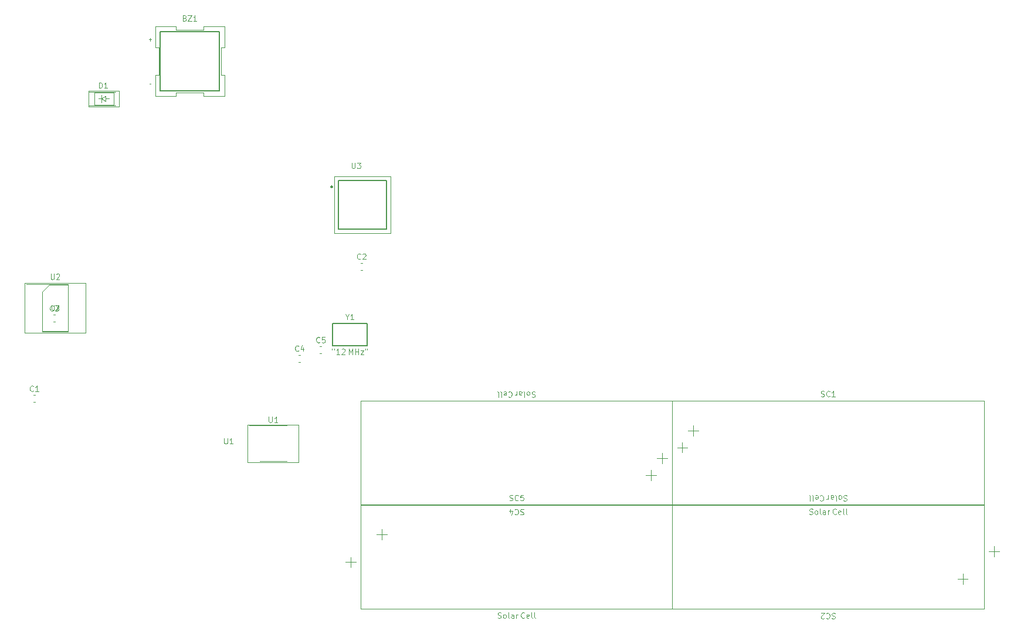
<source format=gbr>
%TF.GenerationSoftware,Flux,Pcbnew,7.0.11-7.0.11~ubuntu20.04.1*%
%TF.CreationDate,2024-08-20T12:49:29+00:00*%
%TF.ProjectId,input,696e7075-742e-46b6-9963-61645f706362,rev?*%
%TF.SameCoordinates,Original*%
%TF.FileFunction,Legend,Top*%
%TF.FilePolarity,Positive*%
%FSLAX46Y46*%
G04 Gerber Fmt 4.6, Leading zero omitted, Abs format (unit mm)*
G04 Filename: known-fuchsia-translation-collar*
G04 Build it with Flux! Visit our site at: https://www.flux.ai (PCBNEW 7.0.11-7.0.11~ubuntu20.04.1) date 2024-08-20 12:49:29*
%MOMM*%
%LPD*%
G01*
G04 APERTURE LIST*
%ADD10C,0.095000*%
%ADD11C,0.060800*%
%ADD12C,0.093100*%
%ADD13C,0.076000*%
%ADD14C,0.120000*%
%ADD15C,0.127000*%
%ADD16C,0.050000*%
%ADD17C,0.100000*%
%ADD18C,0.200000*%
%ADD19C,0.152400*%
G04 APERTURE END LIST*
D10*
X90813684Y-37844860D02*
X90927970Y-37882955D01*
X90927970Y-37882955D02*
X91118446Y-37882955D01*
X91118446Y-37882955D02*
X91194637Y-37844860D01*
X91194637Y-37844860D02*
X91232732Y-37806764D01*
X91232732Y-37806764D02*
X91270827Y-37730574D01*
X91270827Y-37730574D02*
X91270827Y-37654383D01*
X91270827Y-37654383D02*
X91232732Y-37578193D01*
X91232732Y-37578193D02*
X91194637Y-37540098D01*
X91194637Y-37540098D02*
X91118446Y-37502002D01*
X91118446Y-37502002D02*
X90966065Y-37463907D01*
X90966065Y-37463907D02*
X90889875Y-37425812D01*
X90889875Y-37425812D02*
X90851780Y-37387717D01*
X90851780Y-37387717D02*
X90813684Y-37311526D01*
X90813684Y-37311526D02*
X90813684Y-37235336D01*
X90813684Y-37235336D02*
X90851780Y-37159145D01*
X90851780Y-37159145D02*
X90889875Y-37121050D01*
X90889875Y-37121050D02*
X90966065Y-37082955D01*
X90966065Y-37082955D02*
X91156542Y-37082955D01*
X91156542Y-37082955D02*
X91270827Y-37121050D01*
X91727970Y-37882955D02*
X91651780Y-37844860D01*
X91651780Y-37844860D02*
X91613685Y-37806764D01*
X91613685Y-37806764D02*
X91575589Y-37730574D01*
X91575589Y-37730574D02*
X91575589Y-37502002D01*
X91575589Y-37502002D02*
X91613685Y-37425812D01*
X91613685Y-37425812D02*
X91651780Y-37387717D01*
X91651780Y-37387717D02*
X91727970Y-37349621D01*
X91727970Y-37349621D02*
X91842256Y-37349621D01*
X91842256Y-37349621D02*
X91918447Y-37387717D01*
X91918447Y-37387717D02*
X91956542Y-37425812D01*
X91956542Y-37425812D02*
X91994637Y-37502002D01*
X91994637Y-37502002D02*
X91994637Y-37730574D01*
X91994637Y-37730574D02*
X91956542Y-37806764D01*
X91956542Y-37806764D02*
X91918447Y-37844860D01*
X91918447Y-37844860D02*
X91842256Y-37882955D01*
X91842256Y-37882955D02*
X91727970Y-37882955D01*
X92451780Y-37882955D02*
X92375590Y-37844860D01*
X92375590Y-37844860D02*
X92337495Y-37768669D01*
X92337495Y-37768669D02*
X92337495Y-37082955D01*
X93099400Y-37882955D02*
X93099400Y-37463907D01*
X93099400Y-37463907D02*
X93061305Y-37387717D01*
X93061305Y-37387717D02*
X92985114Y-37349621D01*
X92985114Y-37349621D02*
X92832733Y-37349621D01*
X92832733Y-37349621D02*
X92756543Y-37387717D01*
X93099400Y-37844860D02*
X93023209Y-37882955D01*
X93023209Y-37882955D02*
X92832733Y-37882955D01*
X92832733Y-37882955D02*
X92756543Y-37844860D01*
X92756543Y-37844860D02*
X92718447Y-37768669D01*
X92718447Y-37768669D02*
X92718447Y-37692479D01*
X92718447Y-37692479D02*
X92756543Y-37616288D01*
X92756543Y-37616288D02*
X92832733Y-37578193D01*
X92832733Y-37578193D02*
X93023209Y-37578193D01*
X93023209Y-37578193D02*
X93099400Y-37540098D01*
X93480353Y-37882955D02*
X93480353Y-37349621D01*
X93480353Y-37502002D02*
X93518448Y-37425812D01*
X93518448Y-37425812D02*
X93556543Y-37387717D01*
X93556543Y-37387717D02*
X93632734Y-37349621D01*
X93632734Y-37349621D02*
X93708924Y-37349621D01*
X94661305Y-37806764D02*
X94623209Y-37844860D01*
X94623209Y-37844860D02*
X94508924Y-37882955D01*
X94508924Y-37882955D02*
X94432733Y-37882955D01*
X94432733Y-37882955D02*
X94318447Y-37844860D01*
X94318447Y-37844860D02*
X94242257Y-37768669D01*
X94242257Y-37768669D02*
X94204162Y-37692479D01*
X94204162Y-37692479D02*
X94166066Y-37540098D01*
X94166066Y-37540098D02*
X94166066Y-37425812D01*
X94166066Y-37425812D02*
X94204162Y-37273431D01*
X94204162Y-37273431D02*
X94242257Y-37197240D01*
X94242257Y-37197240D02*
X94318447Y-37121050D01*
X94318447Y-37121050D02*
X94432733Y-37082955D01*
X94432733Y-37082955D02*
X94508924Y-37082955D01*
X94508924Y-37082955D02*
X94623209Y-37121050D01*
X94623209Y-37121050D02*
X94661305Y-37159145D01*
X95308924Y-37844860D02*
X95232733Y-37882955D01*
X95232733Y-37882955D02*
X95080352Y-37882955D01*
X95080352Y-37882955D02*
X95004162Y-37844860D01*
X95004162Y-37844860D02*
X94966066Y-37768669D01*
X94966066Y-37768669D02*
X94966066Y-37463907D01*
X94966066Y-37463907D02*
X95004162Y-37387717D01*
X95004162Y-37387717D02*
X95080352Y-37349621D01*
X95080352Y-37349621D02*
X95232733Y-37349621D01*
X95232733Y-37349621D02*
X95308924Y-37387717D01*
X95308924Y-37387717D02*
X95347019Y-37463907D01*
X95347019Y-37463907D02*
X95347019Y-37540098D01*
X95347019Y-37540098D02*
X94966066Y-37616288D01*
X95804161Y-37882955D02*
X95727971Y-37844860D01*
X95727971Y-37844860D02*
X95689876Y-37768669D01*
X95689876Y-37768669D02*
X95689876Y-37082955D01*
X96223209Y-37882955D02*
X96147019Y-37844860D01*
X96147019Y-37844860D02*
X96108924Y-37768669D01*
X96108924Y-37768669D02*
X96108924Y-37082955D01*
X92489875Y-20844860D02*
X92604161Y-20882955D01*
X92604161Y-20882955D02*
X92794637Y-20882955D01*
X92794637Y-20882955D02*
X92870828Y-20844860D01*
X92870828Y-20844860D02*
X92908923Y-20806764D01*
X92908923Y-20806764D02*
X92947018Y-20730574D01*
X92947018Y-20730574D02*
X92947018Y-20654383D01*
X92947018Y-20654383D02*
X92908923Y-20578193D01*
X92908923Y-20578193D02*
X92870828Y-20540098D01*
X92870828Y-20540098D02*
X92794637Y-20502002D01*
X92794637Y-20502002D02*
X92642256Y-20463907D01*
X92642256Y-20463907D02*
X92566066Y-20425812D01*
X92566066Y-20425812D02*
X92527971Y-20387717D01*
X92527971Y-20387717D02*
X92489875Y-20311526D01*
X92489875Y-20311526D02*
X92489875Y-20235336D01*
X92489875Y-20235336D02*
X92527971Y-20159145D01*
X92527971Y-20159145D02*
X92566066Y-20121050D01*
X92566066Y-20121050D02*
X92642256Y-20082955D01*
X92642256Y-20082955D02*
X92832733Y-20082955D01*
X92832733Y-20082955D02*
X92947018Y-20121050D01*
X93747019Y-20806764D02*
X93708923Y-20844860D01*
X93708923Y-20844860D02*
X93594638Y-20882955D01*
X93594638Y-20882955D02*
X93518447Y-20882955D01*
X93518447Y-20882955D02*
X93404161Y-20844860D01*
X93404161Y-20844860D02*
X93327971Y-20768669D01*
X93327971Y-20768669D02*
X93289876Y-20692479D01*
X93289876Y-20692479D02*
X93251780Y-20540098D01*
X93251780Y-20540098D02*
X93251780Y-20425812D01*
X93251780Y-20425812D02*
X93289876Y-20273431D01*
X93289876Y-20273431D02*
X93327971Y-20197240D01*
X93327971Y-20197240D02*
X93404161Y-20121050D01*
X93404161Y-20121050D02*
X93518447Y-20082955D01*
X93518447Y-20082955D02*
X93594638Y-20082955D01*
X93594638Y-20082955D02*
X93708923Y-20121050D01*
X93708923Y-20121050D02*
X93747019Y-20159145D01*
X94508923Y-20882955D02*
X94051780Y-20882955D01*
X94280352Y-20882955D02*
X94280352Y-20082955D01*
X94280352Y-20082955D02*
X94204161Y-20197240D01*
X94204161Y-20197240D02*
X94127971Y-20273431D01*
X94127971Y-20273431D02*
X94051780Y-20311526D01*
X96185138Y-35205940D02*
X96070852Y-35167844D01*
X96070852Y-35167844D02*
X95880376Y-35167844D01*
X95880376Y-35167844D02*
X95804185Y-35205940D01*
X95804185Y-35205940D02*
X95766090Y-35244035D01*
X95766090Y-35244035D02*
X95727995Y-35320225D01*
X95727995Y-35320225D02*
X95727995Y-35396416D01*
X95727995Y-35396416D02*
X95766090Y-35472606D01*
X95766090Y-35472606D02*
X95804185Y-35510701D01*
X95804185Y-35510701D02*
X95880376Y-35548797D01*
X95880376Y-35548797D02*
X96032757Y-35586892D01*
X96032757Y-35586892D02*
X96108947Y-35624987D01*
X96108947Y-35624987D02*
X96147042Y-35663082D01*
X96147042Y-35663082D02*
X96185138Y-35739273D01*
X96185138Y-35739273D02*
X96185138Y-35815463D01*
X96185138Y-35815463D02*
X96147042Y-35891654D01*
X96147042Y-35891654D02*
X96108947Y-35929749D01*
X96108947Y-35929749D02*
X96032757Y-35967844D01*
X96032757Y-35967844D02*
X95842280Y-35967844D01*
X95842280Y-35967844D02*
X95727995Y-35929749D01*
X95270852Y-35167844D02*
X95347042Y-35205940D01*
X95347042Y-35205940D02*
X95385137Y-35244035D01*
X95385137Y-35244035D02*
X95423233Y-35320225D01*
X95423233Y-35320225D02*
X95423233Y-35548797D01*
X95423233Y-35548797D02*
X95385137Y-35624987D01*
X95385137Y-35624987D02*
X95347042Y-35663082D01*
X95347042Y-35663082D02*
X95270852Y-35701178D01*
X95270852Y-35701178D02*
X95156566Y-35701178D01*
X95156566Y-35701178D02*
X95080375Y-35663082D01*
X95080375Y-35663082D02*
X95042280Y-35624987D01*
X95042280Y-35624987D02*
X95004185Y-35548797D01*
X95004185Y-35548797D02*
X95004185Y-35320225D01*
X95004185Y-35320225D02*
X95042280Y-35244035D01*
X95042280Y-35244035D02*
X95080375Y-35205940D01*
X95080375Y-35205940D02*
X95156566Y-35167844D01*
X95156566Y-35167844D02*
X95270852Y-35167844D01*
X94547042Y-35167844D02*
X94623232Y-35205940D01*
X94623232Y-35205940D02*
X94661327Y-35282130D01*
X94661327Y-35282130D02*
X94661327Y-35967844D01*
X93899422Y-35167844D02*
X93899422Y-35586892D01*
X93899422Y-35586892D02*
X93937517Y-35663082D01*
X93937517Y-35663082D02*
X94013708Y-35701178D01*
X94013708Y-35701178D02*
X94166089Y-35701178D01*
X94166089Y-35701178D02*
X94242279Y-35663082D01*
X93899422Y-35205940D02*
X93975613Y-35167844D01*
X93975613Y-35167844D02*
X94166089Y-35167844D01*
X94166089Y-35167844D02*
X94242279Y-35205940D01*
X94242279Y-35205940D02*
X94280375Y-35282130D01*
X94280375Y-35282130D02*
X94280375Y-35358320D01*
X94280375Y-35358320D02*
X94242279Y-35434511D01*
X94242279Y-35434511D02*
X94166089Y-35472606D01*
X94166089Y-35472606D02*
X93975613Y-35472606D01*
X93975613Y-35472606D02*
X93899422Y-35510701D01*
X93518469Y-35167844D02*
X93518469Y-35701178D01*
X93518469Y-35548797D02*
X93480374Y-35624987D01*
X93480374Y-35624987D02*
X93442279Y-35663082D01*
X93442279Y-35663082D02*
X93366088Y-35701178D01*
X93366088Y-35701178D02*
X93289898Y-35701178D01*
X92337517Y-35244035D02*
X92375613Y-35205940D01*
X92375613Y-35205940D02*
X92489898Y-35167844D01*
X92489898Y-35167844D02*
X92566089Y-35167844D01*
X92566089Y-35167844D02*
X92680375Y-35205940D01*
X92680375Y-35205940D02*
X92756565Y-35282130D01*
X92756565Y-35282130D02*
X92794660Y-35358320D01*
X92794660Y-35358320D02*
X92832756Y-35510701D01*
X92832756Y-35510701D02*
X92832756Y-35624987D01*
X92832756Y-35624987D02*
X92794660Y-35777368D01*
X92794660Y-35777368D02*
X92756565Y-35853559D01*
X92756565Y-35853559D02*
X92680375Y-35929749D01*
X92680375Y-35929749D02*
X92566089Y-35967844D01*
X92566089Y-35967844D02*
X92489898Y-35967844D01*
X92489898Y-35967844D02*
X92375613Y-35929749D01*
X92375613Y-35929749D02*
X92337517Y-35891654D01*
X91689898Y-35205940D02*
X91766089Y-35167844D01*
X91766089Y-35167844D02*
X91918470Y-35167844D01*
X91918470Y-35167844D02*
X91994660Y-35205940D01*
X91994660Y-35205940D02*
X92032756Y-35282130D01*
X92032756Y-35282130D02*
X92032756Y-35586892D01*
X92032756Y-35586892D02*
X91994660Y-35663082D01*
X91994660Y-35663082D02*
X91918470Y-35701178D01*
X91918470Y-35701178D02*
X91766089Y-35701178D01*
X91766089Y-35701178D02*
X91689898Y-35663082D01*
X91689898Y-35663082D02*
X91651803Y-35586892D01*
X91651803Y-35586892D02*
X91651803Y-35510701D01*
X91651803Y-35510701D02*
X92032756Y-35434511D01*
X91194661Y-35167844D02*
X91270851Y-35205940D01*
X91270851Y-35205940D02*
X91308946Y-35282130D01*
X91308946Y-35282130D02*
X91308946Y-35967844D01*
X90775613Y-35167844D02*
X90851803Y-35205940D01*
X90851803Y-35205940D02*
X90889898Y-35282130D01*
X90889898Y-35282130D02*
X90889898Y-35967844D01*
X94508901Y-52205940D02*
X94394615Y-52167844D01*
X94394615Y-52167844D02*
X94204139Y-52167844D01*
X94204139Y-52167844D02*
X94127948Y-52205940D01*
X94127948Y-52205940D02*
X94089853Y-52244035D01*
X94089853Y-52244035D02*
X94051758Y-52320225D01*
X94051758Y-52320225D02*
X94051758Y-52396416D01*
X94051758Y-52396416D02*
X94089853Y-52472606D01*
X94089853Y-52472606D02*
X94127948Y-52510701D01*
X94127948Y-52510701D02*
X94204139Y-52548797D01*
X94204139Y-52548797D02*
X94356520Y-52586892D01*
X94356520Y-52586892D02*
X94432710Y-52624987D01*
X94432710Y-52624987D02*
X94470805Y-52663082D01*
X94470805Y-52663082D02*
X94508901Y-52739273D01*
X94508901Y-52739273D02*
X94508901Y-52815463D01*
X94508901Y-52815463D02*
X94470805Y-52891654D01*
X94470805Y-52891654D02*
X94432710Y-52929749D01*
X94432710Y-52929749D02*
X94356520Y-52967844D01*
X94356520Y-52967844D02*
X94166043Y-52967844D01*
X94166043Y-52967844D02*
X94051758Y-52929749D01*
X93251757Y-52244035D02*
X93289853Y-52205940D01*
X93289853Y-52205940D02*
X93404138Y-52167844D01*
X93404138Y-52167844D02*
X93480329Y-52167844D01*
X93480329Y-52167844D02*
X93594615Y-52205940D01*
X93594615Y-52205940D02*
X93670805Y-52282130D01*
X93670805Y-52282130D02*
X93708900Y-52358320D01*
X93708900Y-52358320D02*
X93746996Y-52510701D01*
X93746996Y-52510701D02*
X93746996Y-52624987D01*
X93746996Y-52624987D02*
X93708900Y-52777368D01*
X93708900Y-52777368D02*
X93670805Y-52853559D01*
X93670805Y-52853559D02*
X93594615Y-52929749D01*
X93594615Y-52929749D02*
X93480329Y-52967844D01*
X93480329Y-52967844D02*
X93404138Y-52967844D01*
X93404138Y-52967844D02*
X93289853Y-52929749D01*
X93289853Y-52929749D02*
X93251757Y-52891654D01*
X92946996Y-52891654D02*
X92908900Y-52929749D01*
X92908900Y-52929749D02*
X92832710Y-52967844D01*
X92832710Y-52967844D02*
X92642234Y-52967844D01*
X92642234Y-52967844D02*
X92566043Y-52929749D01*
X92566043Y-52929749D02*
X92527948Y-52891654D01*
X92527948Y-52891654D02*
X92489853Y-52815463D01*
X92489853Y-52815463D02*
X92489853Y-52739273D01*
X92489853Y-52739273D02*
X92527948Y-52624987D01*
X92527948Y-52624987D02*
X92985091Y-52167844D01*
X92985091Y-52167844D02*
X92489853Y-52167844D01*
X45827784Y-52860160D02*
X45942070Y-52898255D01*
X45942070Y-52898255D02*
X46132546Y-52898255D01*
X46132546Y-52898255D02*
X46208737Y-52860160D01*
X46208737Y-52860160D02*
X46246832Y-52822064D01*
X46246832Y-52822064D02*
X46284927Y-52745874D01*
X46284927Y-52745874D02*
X46284927Y-52669683D01*
X46284927Y-52669683D02*
X46246832Y-52593493D01*
X46246832Y-52593493D02*
X46208737Y-52555398D01*
X46208737Y-52555398D02*
X46132546Y-52517302D01*
X46132546Y-52517302D02*
X45980165Y-52479207D01*
X45980165Y-52479207D02*
X45903975Y-52441112D01*
X45903975Y-52441112D02*
X45865880Y-52403017D01*
X45865880Y-52403017D02*
X45827784Y-52326826D01*
X45827784Y-52326826D02*
X45827784Y-52250636D01*
X45827784Y-52250636D02*
X45865880Y-52174445D01*
X45865880Y-52174445D02*
X45903975Y-52136350D01*
X45903975Y-52136350D02*
X45980165Y-52098255D01*
X45980165Y-52098255D02*
X46170642Y-52098255D01*
X46170642Y-52098255D02*
X46284927Y-52136350D01*
X46742070Y-52898255D02*
X46665880Y-52860160D01*
X46665880Y-52860160D02*
X46627785Y-52822064D01*
X46627785Y-52822064D02*
X46589689Y-52745874D01*
X46589689Y-52745874D02*
X46589689Y-52517302D01*
X46589689Y-52517302D02*
X46627785Y-52441112D01*
X46627785Y-52441112D02*
X46665880Y-52403017D01*
X46665880Y-52403017D02*
X46742070Y-52364921D01*
X46742070Y-52364921D02*
X46856356Y-52364921D01*
X46856356Y-52364921D02*
X46932547Y-52403017D01*
X46932547Y-52403017D02*
X46970642Y-52441112D01*
X46970642Y-52441112D02*
X47008737Y-52517302D01*
X47008737Y-52517302D02*
X47008737Y-52745874D01*
X47008737Y-52745874D02*
X46970642Y-52822064D01*
X46970642Y-52822064D02*
X46932547Y-52860160D01*
X46932547Y-52860160D02*
X46856356Y-52898255D01*
X46856356Y-52898255D02*
X46742070Y-52898255D01*
X47465880Y-52898255D02*
X47389690Y-52860160D01*
X47389690Y-52860160D02*
X47351595Y-52783969D01*
X47351595Y-52783969D02*
X47351595Y-52098255D01*
X48113500Y-52898255D02*
X48113500Y-52479207D01*
X48113500Y-52479207D02*
X48075405Y-52403017D01*
X48075405Y-52403017D02*
X47999214Y-52364921D01*
X47999214Y-52364921D02*
X47846833Y-52364921D01*
X47846833Y-52364921D02*
X47770643Y-52403017D01*
X48113500Y-52860160D02*
X48037309Y-52898255D01*
X48037309Y-52898255D02*
X47846833Y-52898255D01*
X47846833Y-52898255D02*
X47770643Y-52860160D01*
X47770643Y-52860160D02*
X47732547Y-52783969D01*
X47732547Y-52783969D02*
X47732547Y-52707779D01*
X47732547Y-52707779D02*
X47770643Y-52631588D01*
X47770643Y-52631588D02*
X47846833Y-52593493D01*
X47846833Y-52593493D02*
X48037309Y-52593493D01*
X48037309Y-52593493D02*
X48113500Y-52555398D01*
X48494453Y-52898255D02*
X48494453Y-52364921D01*
X48494453Y-52517302D02*
X48532548Y-52441112D01*
X48532548Y-52441112D02*
X48570643Y-52403017D01*
X48570643Y-52403017D02*
X48646834Y-52364921D01*
X48646834Y-52364921D02*
X48723024Y-52364921D01*
X49675405Y-52822064D02*
X49637309Y-52860160D01*
X49637309Y-52860160D02*
X49523024Y-52898255D01*
X49523024Y-52898255D02*
X49446833Y-52898255D01*
X49446833Y-52898255D02*
X49332547Y-52860160D01*
X49332547Y-52860160D02*
X49256357Y-52783969D01*
X49256357Y-52783969D02*
X49218262Y-52707779D01*
X49218262Y-52707779D02*
X49180166Y-52555398D01*
X49180166Y-52555398D02*
X49180166Y-52441112D01*
X49180166Y-52441112D02*
X49218262Y-52288731D01*
X49218262Y-52288731D02*
X49256357Y-52212540D01*
X49256357Y-52212540D02*
X49332547Y-52136350D01*
X49332547Y-52136350D02*
X49446833Y-52098255D01*
X49446833Y-52098255D02*
X49523024Y-52098255D01*
X49523024Y-52098255D02*
X49637309Y-52136350D01*
X49637309Y-52136350D02*
X49675405Y-52174445D01*
X50323024Y-52860160D02*
X50246833Y-52898255D01*
X50246833Y-52898255D02*
X50094452Y-52898255D01*
X50094452Y-52898255D02*
X50018262Y-52860160D01*
X50018262Y-52860160D02*
X49980166Y-52783969D01*
X49980166Y-52783969D02*
X49980166Y-52479207D01*
X49980166Y-52479207D02*
X50018262Y-52403017D01*
X50018262Y-52403017D02*
X50094452Y-52364921D01*
X50094452Y-52364921D02*
X50246833Y-52364921D01*
X50246833Y-52364921D02*
X50323024Y-52403017D01*
X50323024Y-52403017D02*
X50361119Y-52479207D01*
X50361119Y-52479207D02*
X50361119Y-52555398D01*
X50361119Y-52555398D02*
X49980166Y-52631588D01*
X50818261Y-52898255D02*
X50742071Y-52860160D01*
X50742071Y-52860160D02*
X50703976Y-52783969D01*
X50703976Y-52783969D02*
X50703976Y-52098255D01*
X51237309Y-52898255D02*
X51161119Y-52860160D01*
X51161119Y-52860160D02*
X51123024Y-52783969D01*
X51123024Y-52783969D02*
X51123024Y-52098255D01*
X47503975Y-35860160D02*
X47618261Y-35898255D01*
X47618261Y-35898255D02*
X47808737Y-35898255D01*
X47808737Y-35898255D02*
X47884928Y-35860160D01*
X47884928Y-35860160D02*
X47923023Y-35822064D01*
X47923023Y-35822064D02*
X47961118Y-35745874D01*
X47961118Y-35745874D02*
X47961118Y-35669683D01*
X47961118Y-35669683D02*
X47923023Y-35593493D01*
X47923023Y-35593493D02*
X47884928Y-35555398D01*
X47884928Y-35555398D02*
X47808737Y-35517302D01*
X47808737Y-35517302D02*
X47656356Y-35479207D01*
X47656356Y-35479207D02*
X47580166Y-35441112D01*
X47580166Y-35441112D02*
X47542071Y-35403017D01*
X47542071Y-35403017D02*
X47503975Y-35326826D01*
X47503975Y-35326826D02*
X47503975Y-35250636D01*
X47503975Y-35250636D02*
X47542071Y-35174445D01*
X47542071Y-35174445D02*
X47580166Y-35136350D01*
X47580166Y-35136350D02*
X47656356Y-35098255D01*
X47656356Y-35098255D02*
X47846833Y-35098255D01*
X47846833Y-35098255D02*
X47961118Y-35136350D01*
X48761119Y-35822064D02*
X48723023Y-35860160D01*
X48723023Y-35860160D02*
X48608738Y-35898255D01*
X48608738Y-35898255D02*
X48532547Y-35898255D01*
X48532547Y-35898255D02*
X48418261Y-35860160D01*
X48418261Y-35860160D02*
X48342071Y-35783969D01*
X48342071Y-35783969D02*
X48303976Y-35707779D01*
X48303976Y-35707779D02*
X48265880Y-35555398D01*
X48265880Y-35555398D02*
X48265880Y-35441112D01*
X48265880Y-35441112D02*
X48303976Y-35288731D01*
X48303976Y-35288731D02*
X48342071Y-35212540D01*
X48342071Y-35212540D02*
X48418261Y-35136350D01*
X48418261Y-35136350D02*
X48532547Y-35098255D01*
X48532547Y-35098255D02*
X48608738Y-35098255D01*
X48608738Y-35098255D02*
X48723023Y-35136350D01*
X48723023Y-35136350D02*
X48761119Y-35174445D01*
X49484928Y-35098255D02*
X49103976Y-35098255D01*
X49103976Y-35098255D02*
X49065880Y-35479207D01*
X49065880Y-35479207D02*
X49103976Y-35441112D01*
X49103976Y-35441112D02*
X49180166Y-35403017D01*
X49180166Y-35403017D02*
X49370642Y-35403017D01*
X49370642Y-35403017D02*
X49446833Y-35441112D01*
X49446833Y-35441112D02*
X49484928Y-35479207D01*
X49484928Y-35479207D02*
X49523023Y-35555398D01*
X49523023Y-35555398D02*
X49523023Y-35745874D01*
X49523023Y-35745874D02*
X49484928Y-35822064D01*
X49484928Y-35822064D02*
X49446833Y-35860160D01*
X49446833Y-35860160D02*
X49370642Y-35898255D01*
X49370642Y-35898255D02*
X49180166Y-35898255D01*
X49180166Y-35898255D02*
X49103976Y-35860160D01*
X49103976Y-35860160D02*
X49065880Y-35822064D01*
X51199238Y-20190640D02*
X51084952Y-20152544D01*
X51084952Y-20152544D02*
X50894476Y-20152544D01*
X50894476Y-20152544D02*
X50818285Y-20190640D01*
X50818285Y-20190640D02*
X50780190Y-20228735D01*
X50780190Y-20228735D02*
X50742095Y-20304925D01*
X50742095Y-20304925D02*
X50742095Y-20381116D01*
X50742095Y-20381116D02*
X50780190Y-20457306D01*
X50780190Y-20457306D02*
X50818285Y-20495401D01*
X50818285Y-20495401D02*
X50894476Y-20533497D01*
X50894476Y-20533497D02*
X51046857Y-20571592D01*
X51046857Y-20571592D02*
X51123047Y-20609687D01*
X51123047Y-20609687D02*
X51161142Y-20647782D01*
X51161142Y-20647782D02*
X51199238Y-20723973D01*
X51199238Y-20723973D02*
X51199238Y-20800163D01*
X51199238Y-20800163D02*
X51161142Y-20876354D01*
X51161142Y-20876354D02*
X51123047Y-20914449D01*
X51123047Y-20914449D02*
X51046857Y-20952544D01*
X51046857Y-20952544D02*
X50856380Y-20952544D01*
X50856380Y-20952544D02*
X50742095Y-20914449D01*
X50284952Y-20152544D02*
X50361142Y-20190640D01*
X50361142Y-20190640D02*
X50399237Y-20228735D01*
X50399237Y-20228735D02*
X50437333Y-20304925D01*
X50437333Y-20304925D02*
X50437333Y-20533497D01*
X50437333Y-20533497D02*
X50399237Y-20609687D01*
X50399237Y-20609687D02*
X50361142Y-20647782D01*
X50361142Y-20647782D02*
X50284952Y-20685878D01*
X50284952Y-20685878D02*
X50170666Y-20685878D01*
X50170666Y-20685878D02*
X50094475Y-20647782D01*
X50094475Y-20647782D02*
X50056380Y-20609687D01*
X50056380Y-20609687D02*
X50018285Y-20533497D01*
X50018285Y-20533497D02*
X50018285Y-20304925D01*
X50018285Y-20304925D02*
X50056380Y-20228735D01*
X50056380Y-20228735D02*
X50094475Y-20190640D01*
X50094475Y-20190640D02*
X50170666Y-20152544D01*
X50170666Y-20152544D02*
X50284952Y-20152544D01*
X49561142Y-20152544D02*
X49637332Y-20190640D01*
X49637332Y-20190640D02*
X49675427Y-20266830D01*
X49675427Y-20266830D02*
X49675427Y-20952544D01*
X48913522Y-20152544D02*
X48913522Y-20571592D01*
X48913522Y-20571592D02*
X48951617Y-20647782D01*
X48951617Y-20647782D02*
X49027808Y-20685878D01*
X49027808Y-20685878D02*
X49180189Y-20685878D01*
X49180189Y-20685878D02*
X49256379Y-20647782D01*
X48913522Y-20190640D02*
X48989713Y-20152544D01*
X48989713Y-20152544D02*
X49180189Y-20152544D01*
X49180189Y-20152544D02*
X49256379Y-20190640D01*
X49256379Y-20190640D02*
X49294475Y-20266830D01*
X49294475Y-20266830D02*
X49294475Y-20343020D01*
X49294475Y-20343020D02*
X49256379Y-20419211D01*
X49256379Y-20419211D02*
X49180189Y-20457306D01*
X49180189Y-20457306D02*
X48989713Y-20457306D01*
X48989713Y-20457306D02*
X48913522Y-20495401D01*
X48532569Y-20152544D02*
X48532569Y-20685878D01*
X48532569Y-20533497D02*
X48494474Y-20609687D01*
X48494474Y-20609687D02*
X48456379Y-20647782D01*
X48456379Y-20647782D02*
X48380188Y-20685878D01*
X48380188Y-20685878D02*
X48303998Y-20685878D01*
X47351617Y-20228735D02*
X47389713Y-20190640D01*
X47389713Y-20190640D02*
X47503998Y-20152544D01*
X47503998Y-20152544D02*
X47580189Y-20152544D01*
X47580189Y-20152544D02*
X47694475Y-20190640D01*
X47694475Y-20190640D02*
X47770665Y-20266830D01*
X47770665Y-20266830D02*
X47808760Y-20343020D01*
X47808760Y-20343020D02*
X47846856Y-20495401D01*
X47846856Y-20495401D02*
X47846856Y-20609687D01*
X47846856Y-20609687D02*
X47808760Y-20762068D01*
X47808760Y-20762068D02*
X47770665Y-20838259D01*
X47770665Y-20838259D02*
X47694475Y-20914449D01*
X47694475Y-20914449D02*
X47580189Y-20952544D01*
X47580189Y-20952544D02*
X47503998Y-20952544D01*
X47503998Y-20952544D02*
X47389713Y-20914449D01*
X47389713Y-20914449D02*
X47351617Y-20876354D01*
X46703998Y-20190640D02*
X46780189Y-20152544D01*
X46780189Y-20152544D02*
X46932570Y-20152544D01*
X46932570Y-20152544D02*
X47008760Y-20190640D01*
X47008760Y-20190640D02*
X47046856Y-20266830D01*
X47046856Y-20266830D02*
X47046856Y-20571592D01*
X47046856Y-20571592D02*
X47008760Y-20647782D01*
X47008760Y-20647782D02*
X46932570Y-20685878D01*
X46932570Y-20685878D02*
X46780189Y-20685878D01*
X46780189Y-20685878D02*
X46703998Y-20647782D01*
X46703998Y-20647782D02*
X46665903Y-20571592D01*
X46665903Y-20571592D02*
X46665903Y-20495401D01*
X46665903Y-20495401D02*
X47046856Y-20419211D01*
X46208761Y-20152544D02*
X46284951Y-20190640D01*
X46284951Y-20190640D02*
X46323046Y-20266830D01*
X46323046Y-20266830D02*
X46323046Y-20952544D01*
X45789713Y-20152544D02*
X45865903Y-20190640D01*
X45865903Y-20190640D02*
X45903998Y-20266830D01*
X45903998Y-20266830D02*
X45903998Y-20952544D01*
X49523001Y-37190640D02*
X49408715Y-37152544D01*
X49408715Y-37152544D02*
X49218239Y-37152544D01*
X49218239Y-37152544D02*
X49142048Y-37190640D01*
X49142048Y-37190640D02*
X49103953Y-37228735D01*
X49103953Y-37228735D02*
X49065858Y-37304925D01*
X49065858Y-37304925D02*
X49065858Y-37381116D01*
X49065858Y-37381116D02*
X49103953Y-37457306D01*
X49103953Y-37457306D02*
X49142048Y-37495401D01*
X49142048Y-37495401D02*
X49218239Y-37533497D01*
X49218239Y-37533497D02*
X49370620Y-37571592D01*
X49370620Y-37571592D02*
X49446810Y-37609687D01*
X49446810Y-37609687D02*
X49484905Y-37647782D01*
X49484905Y-37647782D02*
X49523001Y-37723973D01*
X49523001Y-37723973D02*
X49523001Y-37800163D01*
X49523001Y-37800163D02*
X49484905Y-37876354D01*
X49484905Y-37876354D02*
X49446810Y-37914449D01*
X49446810Y-37914449D02*
X49370620Y-37952544D01*
X49370620Y-37952544D02*
X49180143Y-37952544D01*
X49180143Y-37952544D02*
X49065858Y-37914449D01*
X48265857Y-37228735D02*
X48303953Y-37190640D01*
X48303953Y-37190640D02*
X48418238Y-37152544D01*
X48418238Y-37152544D02*
X48494429Y-37152544D01*
X48494429Y-37152544D02*
X48608715Y-37190640D01*
X48608715Y-37190640D02*
X48684905Y-37266830D01*
X48684905Y-37266830D02*
X48723000Y-37343020D01*
X48723000Y-37343020D02*
X48761096Y-37495401D01*
X48761096Y-37495401D02*
X48761096Y-37609687D01*
X48761096Y-37609687D02*
X48723000Y-37762068D01*
X48723000Y-37762068D02*
X48684905Y-37838259D01*
X48684905Y-37838259D02*
X48608715Y-37914449D01*
X48608715Y-37914449D02*
X48494429Y-37952544D01*
X48494429Y-37952544D02*
X48418238Y-37952544D01*
X48418238Y-37952544D02*
X48303953Y-37914449D01*
X48303953Y-37914449D02*
X48265857Y-37876354D01*
X47580143Y-37685878D02*
X47580143Y-37152544D01*
X47770619Y-37990640D02*
X47961096Y-37419211D01*
X47961096Y-37419211D02*
X47465857Y-37419211D01*
D11*
X-4549347Y30701548D02*
X-4159252Y30701548D01*
X-4354299Y30506501D02*
X-4354299Y30896596D01*
X-4427442Y24327167D02*
X-4281156Y24327167D01*
X-4427442Y24327167D02*
X-4281156Y24327167D01*
X-4549347Y30701548D02*
X-4159252Y30701548D01*
X-4354299Y30506501D02*
X-4354299Y30896596D01*
D10*
X621037Y33800692D02*
X735323Y33762597D01*
X735323Y33762597D02*
X773418Y33724501D01*
X773418Y33724501D02*
X811514Y33648311D01*
X811514Y33648311D02*
X811514Y33534025D01*
X811514Y33534025D02*
X773418Y33457835D01*
X773418Y33457835D02*
X735323Y33419740D01*
X735323Y33419740D02*
X659133Y33381644D01*
X659133Y33381644D02*
X354371Y33381644D01*
X354371Y33381644D02*
X354371Y34181644D01*
X354371Y34181644D02*
X621037Y34181644D01*
X621037Y34181644D02*
X697228Y34143549D01*
X697228Y34143549D02*
X735323Y34105454D01*
X735323Y34105454D02*
X773418Y34029263D01*
X773418Y34029263D02*
X773418Y33953073D01*
X773418Y33953073D02*
X735323Y33876882D01*
X735323Y33876882D02*
X697228Y33838787D01*
X697228Y33838787D02*
X621037Y33800692D01*
X621037Y33800692D02*
X354371Y33800692D01*
X1078180Y34181644D02*
X1611514Y34181644D01*
X1611514Y34181644D02*
X1078180Y33381644D01*
X1078180Y33381644D02*
X1611514Y33381644D01*
X2335323Y33381644D02*
X1878180Y33381644D01*
X2106752Y33381644D02*
X2106752Y34181644D01*
X2106752Y34181644D02*
X2030561Y34067359D01*
X2030561Y34067359D02*
X1954371Y33991168D01*
X1954371Y33991168D02*
X1878180Y33953073D01*
D12*
X6322866Y-26928051D02*
X6322866Y-27562718D01*
X6322866Y-27562718D02*
X6360200Y-27637384D01*
X6360200Y-27637384D02*
X6397533Y-27674718D01*
X6397533Y-27674718D02*
X6472200Y-27712051D01*
X6472200Y-27712051D02*
X6621533Y-27712051D01*
X6621533Y-27712051D02*
X6696200Y-27674718D01*
X6696200Y-27674718D02*
X6733533Y-27637384D01*
X6733533Y-27637384D02*
X6770866Y-27562718D01*
X6770866Y-27562718D02*
X6770866Y-26928051D01*
X7554866Y-27712051D02*
X7106866Y-27712051D01*
X7330866Y-27712051D02*
X7330866Y-26928051D01*
X7330866Y-26928051D02*
X7256199Y-27040051D01*
X7256199Y-27040051D02*
X7181533Y-27114718D01*
X7181533Y-27114718D02*
X7106866Y-27152051D01*
D10*
X12770676Y-23819355D02*
X12770676Y-24466974D01*
X12770676Y-24466974D02*
X12808771Y-24543164D01*
X12808771Y-24543164D02*
X12846866Y-24581260D01*
X12846866Y-24581260D02*
X12923057Y-24619355D01*
X12923057Y-24619355D02*
X13075438Y-24619355D01*
X13075438Y-24619355D02*
X13151628Y-24581260D01*
X13151628Y-24581260D02*
X13189723Y-24543164D01*
X13189723Y-24543164D02*
X13227819Y-24466974D01*
X13227819Y-24466974D02*
X13227819Y-23819355D01*
X14027818Y-24619355D02*
X13570675Y-24619355D01*
X13799247Y-24619355D02*
X13799247Y-23819355D01*
X13799247Y-23819355D02*
X13723056Y-23933640D01*
X13723056Y-23933640D02*
X13646866Y-24009831D01*
X13646866Y-24009831D02*
X13570675Y-24047926D01*
D13*
X-18584519Y-7732524D02*
X-18584519Y-8250619D01*
X-18584519Y-8250619D02*
X-18554042Y-8311571D01*
X-18554042Y-8311571D02*
X-18523566Y-8342048D01*
X-18523566Y-8342048D02*
X-18462614Y-8372524D01*
X-18462614Y-8372524D02*
X-18340709Y-8372524D01*
X-18340709Y-8372524D02*
X-18279757Y-8342048D01*
X-18279757Y-8342048D02*
X-18249280Y-8311571D01*
X-18249280Y-8311571D02*
X-18218804Y-8250619D01*
X-18218804Y-8250619D02*
X-18218804Y-7732524D01*
X-17944519Y-7793476D02*
X-17914043Y-7763000D01*
X-17914043Y-7763000D02*
X-17853090Y-7732524D01*
X-17853090Y-7732524D02*
X-17700709Y-7732524D01*
X-17700709Y-7732524D02*
X-17639757Y-7763000D01*
X-17639757Y-7763000D02*
X-17609281Y-7793476D01*
X-17609281Y-7793476D02*
X-17578804Y-7854428D01*
X-17578804Y-7854428D02*
X-17578804Y-7915381D01*
X-17578804Y-7915381D02*
X-17609281Y-8006809D01*
X-17609281Y-8006809D02*
X-17974995Y-8372524D01*
X-17974995Y-8372524D02*
X-17578804Y-8372524D01*
D10*
X-18706423Y-3145555D02*
X-18706423Y-3793174D01*
X-18706423Y-3793174D02*
X-18668328Y-3869364D01*
X-18668328Y-3869364D02*
X-18630233Y-3907460D01*
X-18630233Y-3907460D02*
X-18554042Y-3945555D01*
X-18554042Y-3945555D02*
X-18401661Y-3945555D01*
X-18401661Y-3945555D02*
X-18325471Y-3907460D01*
X-18325471Y-3907460D02*
X-18287376Y-3869364D01*
X-18287376Y-3869364D02*
X-18249280Y-3793174D01*
X-18249280Y-3793174D02*
X-18249280Y-3145555D01*
X-17906424Y-3221745D02*
X-17868328Y-3183650D01*
X-17868328Y-3183650D02*
X-17792138Y-3145555D01*
X-17792138Y-3145555D02*
X-17601662Y-3145555D01*
X-17601662Y-3145555D02*
X-17525471Y-3183650D01*
X-17525471Y-3183650D02*
X-17487376Y-3221745D01*
X-17487376Y-3221745D02*
X-17449281Y-3297936D01*
X-17449281Y-3297936D02*
X-17449281Y-3374126D01*
X-17449281Y-3374126D02*
X-17487376Y-3488412D01*
X-17487376Y-3488412D02*
X-17944519Y-3945555D01*
X-17944519Y-3945555D02*
X-17449281Y-3945555D01*
X-11762375Y23694744D02*
X-11762375Y24494744D01*
X-11762375Y24494744D02*
X-11571899Y24494744D01*
X-11571899Y24494744D02*
X-11457613Y24456649D01*
X-11457613Y24456649D02*
X-11381423Y24380459D01*
X-11381423Y24380459D02*
X-11343328Y24304268D01*
X-11343328Y24304268D02*
X-11305232Y24151887D01*
X-11305232Y24151887D02*
X-11305232Y24037601D01*
X-11305232Y24037601D02*
X-11343328Y23885220D01*
X-11343328Y23885220D02*
X-11381423Y23809030D01*
X-11381423Y23809030D02*
X-11457613Y23732840D01*
X-11457613Y23732840D02*
X-11571899Y23694744D01*
X-11571899Y23694744D02*
X-11762375Y23694744D01*
X-10543328Y23694744D02*
X-11000471Y23694744D01*
X-10771899Y23694744D02*
X-10771899Y24494744D01*
X-10771899Y24494744D02*
X-10848090Y24380459D01*
X-10848090Y24380459D02*
X-10924280Y24304268D01*
X-10924280Y24304268D02*
X-11000471Y24266173D01*
X-11762375Y23694744D02*
X-11762375Y24494744D01*
X-11762375Y24494744D02*
X-11571899Y24494744D01*
X-11571899Y24494744D02*
X-11457613Y24456649D01*
X-11457613Y24456649D02*
X-11381423Y24380459D01*
X-11381423Y24380459D02*
X-11343328Y24304268D01*
X-11343328Y24304268D02*
X-11305232Y24151887D01*
X-11305232Y24151887D02*
X-11305232Y24037601D01*
X-11305232Y24037601D02*
X-11343328Y23885220D01*
X-11343328Y23885220D02*
X-11381423Y23809030D01*
X-11381423Y23809030D02*
X-11457613Y23732840D01*
X-11457613Y23732840D02*
X-11571899Y23694744D01*
X-11571899Y23694744D02*
X-11762375Y23694744D01*
X-10543328Y23694744D02*
X-11000471Y23694744D01*
X-10771899Y23694744D02*
X-10771899Y24494744D01*
X-10771899Y24494744D02*
X-10848090Y24380459D01*
X-10848090Y24380459D02*
X-10924280Y24304268D01*
X-10924280Y24304268D02*
X-11000471Y24266173D01*
X24747876Y12909344D02*
X24747876Y12261725D01*
X24747876Y12261725D02*
X24785971Y12185535D01*
X24785971Y12185535D02*
X24824066Y12147440D01*
X24824066Y12147440D02*
X24900257Y12109344D01*
X24900257Y12109344D02*
X25052638Y12109344D01*
X25052638Y12109344D02*
X25128828Y12147440D01*
X25128828Y12147440D02*
X25166923Y12185535D01*
X25166923Y12185535D02*
X25205019Y12261725D01*
X25205019Y12261725D02*
X25205019Y12909344D01*
X25509780Y12909344D02*
X26005018Y12909344D01*
X26005018Y12909344D02*
X25738352Y12604582D01*
X25738352Y12604582D02*
X25852637Y12604582D01*
X25852637Y12604582D02*
X25928828Y12566487D01*
X25928828Y12566487D02*
X25966923Y12528392D01*
X25966923Y12528392D02*
X26005018Y12452201D01*
X26005018Y12452201D02*
X26005018Y12261725D01*
X26005018Y12261725D02*
X25966923Y12185535D01*
X25966923Y12185535D02*
X25928828Y12147440D01*
X25928828Y12147440D02*
X25852637Y12109344D01*
X25852637Y12109344D02*
X25624066Y12109344D01*
X25624066Y12109344D02*
X25547875Y12147440D01*
X25547875Y12147440D02*
X25509780Y12185535D01*
X-18344332Y-8453264D02*
X-18382428Y-8491360D01*
X-18382428Y-8491360D02*
X-18496713Y-8529455D01*
X-18496713Y-8529455D02*
X-18572904Y-8529455D01*
X-18572904Y-8529455D02*
X-18687190Y-8491360D01*
X-18687190Y-8491360D02*
X-18763380Y-8415169D01*
X-18763380Y-8415169D02*
X-18801475Y-8338979D01*
X-18801475Y-8338979D02*
X-18839571Y-8186598D01*
X-18839571Y-8186598D02*
X-18839571Y-8072312D01*
X-18839571Y-8072312D02*
X-18801475Y-7919931D01*
X-18801475Y-7919931D02*
X-18763380Y-7843740D01*
X-18763380Y-7843740D02*
X-18687190Y-7767550D01*
X-18687190Y-7767550D02*
X-18572904Y-7729455D01*
X-18572904Y-7729455D02*
X-18496713Y-7729455D01*
X-18496713Y-7729455D02*
X-18382428Y-7767550D01*
X-18382428Y-7767550D02*
X-18344332Y-7805645D01*
X-18077666Y-7729455D02*
X-17582428Y-7729455D01*
X-17582428Y-7729455D02*
X-17849094Y-8034217D01*
X-17849094Y-8034217D02*
X-17734809Y-8034217D01*
X-17734809Y-8034217D02*
X-17658618Y-8072312D01*
X-17658618Y-8072312D02*
X-17620523Y-8110407D01*
X-17620523Y-8110407D02*
X-17582428Y-8186598D01*
X-17582428Y-8186598D02*
X-17582428Y-8377074D01*
X-17582428Y-8377074D02*
X-17620523Y-8453264D01*
X-17620523Y-8453264D02*
X-17658618Y-8491360D01*
X-17658618Y-8491360D02*
X-17734809Y-8529455D01*
X-17734809Y-8529455D02*
X-17963380Y-8529455D01*
X-17963380Y-8529455D02*
X-18039571Y-8491360D01*
X-18039571Y-8491360D02*
X-18077666Y-8453264D01*
X-21248032Y-20051964D02*
X-21286128Y-20090060D01*
X-21286128Y-20090060D02*
X-21400413Y-20128155D01*
X-21400413Y-20128155D02*
X-21476604Y-20128155D01*
X-21476604Y-20128155D02*
X-21590890Y-20090060D01*
X-21590890Y-20090060D02*
X-21667080Y-20013869D01*
X-21667080Y-20013869D02*
X-21705175Y-19937679D01*
X-21705175Y-19937679D02*
X-21743271Y-19785298D01*
X-21743271Y-19785298D02*
X-21743271Y-19671012D01*
X-21743271Y-19671012D02*
X-21705175Y-19518631D01*
X-21705175Y-19518631D02*
X-21667080Y-19442440D01*
X-21667080Y-19442440D02*
X-21590890Y-19366250D01*
X-21590890Y-19366250D02*
X-21476604Y-19328155D01*
X-21476604Y-19328155D02*
X-21400413Y-19328155D01*
X-21400413Y-19328155D02*
X-21286128Y-19366250D01*
X-21286128Y-19366250D02*
X-21248032Y-19404345D01*
X-20486128Y-20128155D02*
X-20943271Y-20128155D01*
X-20714699Y-20128155D02*
X-20714699Y-19328155D01*
X-20714699Y-19328155D02*
X-20790890Y-19442440D01*
X-20790890Y-19442440D02*
X-20867080Y-19518631D01*
X-20867080Y-19518631D02*
X-20943271Y-19556726D01*
X25999967Y-947964D02*
X25961871Y-986060D01*
X25961871Y-986060D02*
X25847586Y-1024155D01*
X25847586Y-1024155D02*
X25771395Y-1024155D01*
X25771395Y-1024155D02*
X25657109Y-986060D01*
X25657109Y-986060D02*
X25580919Y-909869D01*
X25580919Y-909869D02*
X25542824Y-833679D01*
X25542824Y-833679D02*
X25504728Y-681298D01*
X25504728Y-681298D02*
X25504728Y-567012D01*
X25504728Y-567012D02*
X25542824Y-414631D01*
X25542824Y-414631D02*
X25580919Y-338440D01*
X25580919Y-338440D02*
X25657109Y-262250D01*
X25657109Y-262250D02*
X25771395Y-224155D01*
X25771395Y-224155D02*
X25847586Y-224155D01*
X25847586Y-224155D02*
X25961871Y-262250D01*
X25961871Y-262250D02*
X25999967Y-300345D01*
X26304728Y-300345D02*
X26342824Y-262250D01*
X26342824Y-262250D02*
X26419014Y-224155D01*
X26419014Y-224155D02*
X26609490Y-224155D01*
X26609490Y-224155D02*
X26685681Y-262250D01*
X26685681Y-262250D02*
X26723776Y-300345D01*
X26723776Y-300345D02*
X26761871Y-376536D01*
X26761871Y-376536D02*
X26761871Y-452726D01*
X26761871Y-452726D02*
X26723776Y-567012D01*
X26723776Y-567012D02*
X26266633Y-1024155D01*
X26266633Y-1024155D02*
X26761871Y-1024155D01*
X24067848Y-9388202D02*
X24067848Y-9769155D01*
X23801181Y-8969155D02*
X24067848Y-9388202D01*
X24067848Y-9388202D02*
X24334514Y-8969155D01*
X25020228Y-9769155D02*
X24563085Y-9769155D01*
X24791657Y-9769155D02*
X24791657Y-8969155D01*
X24791657Y-8969155D02*
X24715466Y-9083440D01*
X24715466Y-9083440D02*
X24639276Y-9159631D01*
X24639276Y-9159631D02*
X24563085Y-9197726D01*
X21915466Y-13969155D02*
X21915466Y-14121536D01*
X22220228Y-13969155D02*
X22220228Y-14121536D01*
X22982133Y-14769155D02*
X22524990Y-14769155D01*
X22753562Y-14769155D02*
X22753562Y-13969155D01*
X22753562Y-13969155D02*
X22677371Y-14083440D01*
X22677371Y-14083440D02*
X22601181Y-14159631D01*
X22601181Y-14159631D02*
X22524990Y-14197726D01*
X23286895Y-14045345D02*
X23324991Y-14007250D01*
X23324991Y-14007250D02*
X23401181Y-13969155D01*
X23401181Y-13969155D02*
X23591657Y-13969155D01*
X23591657Y-13969155D02*
X23667848Y-14007250D01*
X23667848Y-14007250D02*
X23705943Y-14045345D01*
X23705943Y-14045345D02*
X23744038Y-14121536D01*
X23744038Y-14121536D02*
X23744038Y-14197726D01*
X23744038Y-14197726D02*
X23705943Y-14312012D01*
X23705943Y-14312012D02*
X23248800Y-14769155D01*
X23248800Y-14769155D02*
X23744038Y-14769155D01*
X24315467Y-14769155D02*
X24315467Y-13969155D01*
X24315467Y-13969155D02*
X24582133Y-14540583D01*
X24582133Y-14540583D02*
X24848800Y-13969155D01*
X24848800Y-13969155D02*
X24848800Y-14769155D01*
X25229753Y-14769155D02*
X25229753Y-13969155D01*
X25229753Y-14350107D02*
X25686896Y-14350107D01*
X25686896Y-14769155D02*
X25686896Y-13969155D01*
X25991657Y-14235821D02*
X26410705Y-14235821D01*
X26410705Y-14235821D02*
X25991657Y-14769155D01*
X25991657Y-14769155D02*
X26410705Y-14769155D01*
X26677371Y-13969155D02*
X26677371Y-14121536D01*
X26982133Y-13969155D02*
X26982133Y-14121536D01*
X17051467Y-14247964D02*
X17013371Y-14286060D01*
X17013371Y-14286060D02*
X16899086Y-14324155D01*
X16899086Y-14324155D02*
X16822895Y-14324155D01*
X16822895Y-14324155D02*
X16708609Y-14286060D01*
X16708609Y-14286060D02*
X16632419Y-14209869D01*
X16632419Y-14209869D02*
X16594324Y-14133679D01*
X16594324Y-14133679D02*
X16556228Y-13981298D01*
X16556228Y-13981298D02*
X16556228Y-13867012D01*
X16556228Y-13867012D02*
X16594324Y-13714631D01*
X16594324Y-13714631D02*
X16632419Y-13638440D01*
X16632419Y-13638440D02*
X16708609Y-13562250D01*
X16708609Y-13562250D02*
X16822895Y-13524155D01*
X16822895Y-13524155D02*
X16899086Y-13524155D01*
X16899086Y-13524155D02*
X17013371Y-13562250D01*
X17013371Y-13562250D02*
X17051467Y-13600345D01*
X17737181Y-13790821D02*
X17737181Y-14324155D01*
X17546705Y-13486060D02*
X17356228Y-14057488D01*
X17356228Y-14057488D02*
X17851467Y-14057488D01*
X20118867Y-13006664D02*
X20080771Y-13044760D01*
X20080771Y-13044760D02*
X19966486Y-13082855D01*
X19966486Y-13082855D02*
X19890295Y-13082855D01*
X19890295Y-13082855D02*
X19776009Y-13044760D01*
X19776009Y-13044760D02*
X19699819Y-12968569D01*
X19699819Y-12968569D02*
X19661724Y-12892379D01*
X19661724Y-12892379D02*
X19623628Y-12739998D01*
X19623628Y-12739998D02*
X19623628Y-12625712D01*
X19623628Y-12625712D02*
X19661724Y-12473331D01*
X19661724Y-12473331D02*
X19699819Y-12397140D01*
X19699819Y-12397140D02*
X19776009Y-12320950D01*
X19776009Y-12320950D02*
X19890295Y-12282855D01*
X19890295Y-12282855D02*
X19966486Y-12282855D01*
X19966486Y-12282855D02*
X20080771Y-12320950D01*
X20080771Y-12320950D02*
X20118867Y-12359045D01*
X20842676Y-12282855D02*
X20461724Y-12282855D01*
X20461724Y-12282855D02*
X20423628Y-12663807D01*
X20423628Y-12663807D02*
X20461724Y-12625712D01*
X20461724Y-12625712D02*
X20537914Y-12587617D01*
X20537914Y-12587617D02*
X20728390Y-12587617D01*
X20728390Y-12587617D02*
X20804581Y-12625712D01*
X20804581Y-12625712D02*
X20842676Y-12663807D01*
X20842676Y-12663807D02*
X20880771Y-12739998D01*
X20880771Y-12739998D02*
X20880771Y-12930474D01*
X20880771Y-12930474D02*
X20842676Y-13006664D01*
X20842676Y-13006664D02*
X20804581Y-13044760D01*
X20804581Y-13044760D02*
X20728390Y-13082855D01*
X20728390Y-13082855D02*
X20537914Y-13082855D01*
X20537914Y-13082855D02*
X20461724Y-13044760D01*
X20461724Y-13044760D02*
X20423628Y-13006664D01*
D14*
%TO.C,*%
X69551400Y-29051800D02*
X69551400Y-30551800D01*
X68801400Y-29801800D02*
X70301400Y-29801800D01*
X73301400Y-25801800D02*
X74801400Y-25801800D01*
X74051400Y-25051800D02*
X74051400Y-26551800D01*
X70999400Y-21517800D02*
X70999400Y-36517800D01*
X115999400Y-21517800D02*
X115999400Y-36517800D01*
X70999400Y-21517800D02*
X115999400Y-21517800D01*
X70999400Y-36517800D02*
X115999400Y-36517800D01*
X117447400Y-43999064D02*
X117447404Y-42499064D01*
X118197402Y-43249066D02*
X116697402Y-43249062D01*
X113697391Y-47249054D02*
X112197391Y-47249050D01*
X112947389Y-47999052D02*
X112947393Y-46499052D01*
X115999380Y-51533060D02*
X115999420Y-36533060D01*
X70999380Y-51532940D02*
X70999420Y-36532940D01*
X115999380Y-51533060D02*
X70999380Y-51532940D01*
X115999420Y-36533060D02*
X70999420Y-36532940D01*
X24565500Y-44067100D02*
X24565500Y-45567100D01*
X23815500Y-44817100D02*
X25315500Y-44817100D01*
X28315500Y-40817100D02*
X29815500Y-40817100D01*
X29065500Y-40067100D02*
X29065500Y-41567100D01*
X26013500Y-36533100D02*
X26013500Y-51533100D01*
X71013500Y-36533100D02*
X71013500Y-51533100D01*
X26013500Y-36533100D02*
X71013500Y-36533100D01*
X26013500Y-51533100D02*
X71013500Y-51533100D01*
X72461500Y-28983764D02*
X72461504Y-27483764D01*
X73211502Y-28233766D02*
X71711502Y-28233762D01*
X68711491Y-32233754D02*
X67211491Y-32233750D01*
X67961489Y-32983752D02*
X67961493Y-31483752D01*
X71013480Y-36517760D02*
X71013520Y-21517760D01*
X26013480Y-36517640D02*
X26013520Y-21517640D01*
X71013480Y-36517760D02*
X26013480Y-36517640D01*
X71013520Y-21517760D02*
X26013520Y-21517640D01*
D15*
X-2889300Y31815200D02*
X-2889300Y23315200D01*
X-2889300Y23315200D02*
X5610700Y23315200D01*
X5610700Y23315200D02*
X5610700Y31815200D01*
X5610700Y31815200D02*
X-2889300Y31815200D01*
X3260700Y31815200D02*
X-539300Y31815200D01*
X-539300Y23315200D02*
X3260700Y23315200D01*
X5610700Y25665200D02*
X5610700Y29465200D01*
X-2889300Y29465200D02*
X-2889300Y25665200D01*
D16*
X-3639300Y32565200D02*
X-639300Y32565200D01*
X-639300Y32565200D02*
X-639300Y32065200D01*
X-639300Y32065200D02*
X3360700Y32065200D01*
X3360700Y32065200D02*
X3360700Y32565200D01*
X3360700Y32565200D02*
X6360700Y32565200D01*
X3360700Y23065200D02*
X-639300Y23065200D01*
X3360700Y22565200D02*
X3360700Y23065200D01*
X-639300Y23065200D02*
X-639300Y22565200D01*
X-639300Y22565200D02*
X-3639300Y22565200D01*
X6360700Y22565200D02*
X3360700Y22565200D01*
X5860700Y29565200D02*
X5860700Y25565200D01*
X6360700Y29565200D02*
X5860700Y29565200D01*
X5860700Y25565200D02*
X6360700Y25565200D01*
X6360700Y25565200D02*
X6360700Y22565200D01*
X6360700Y32565200D02*
X6360700Y29565200D01*
X-3139300Y25565200D02*
X-3139300Y29565200D01*
X-3139300Y29565200D02*
X-3639300Y29565200D01*
X-3639300Y25565200D02*
X-3139300Y25565200D01*
X-3639300Y22565200D02*
X-3639300Y25565200D01*
X-3639300Y29565200D02*
X-3639300Y32565200D01*
D14*
X13380200Y-30214200D02*
X15330200Y-30214200D01*
X13380200Y-30214200D02*
X11430200Y-30214200D01*
X13380200Y-25094200D02*
X15330200Y-25094200D01*
X13380200Y-25094200D02*
X9930200Y-25094200D01*
D16*
X9680200Y-24954200D02*
X9680200Y-30354200D01*
X9680200Y-30354200D02*
X17080200Y-30354200D01*
X17080200Y-30354200D02*
X17080200Y-24954200D01*
X17080200Y-24954200D02*
X9680200Y-24954200D01*
D17*
X-19946900Y-5780400D02*
X-18896900Y-4730400D01*
X-19946900Y-5780400D02*
X-19946900Y-11430400D01*
X-18896900Y-4730400D02*
X-16246900Y-4730400D01*
X-19946900Y-11430400D02*
X-16246900Y-11430400D01*
X-16246900Y-4730400D02*
X-16246900Y-11430400D01*
D14*
X-16186900Y-11490400D02*
X-16186900Y-10230400D01*
X-16186900Y-4670400D02*
X-16186900Y-5930400D01*
D16*
X-13696900Y-4480400D02*
X-22496900Y-4480400D01*
X-13696900Y-11680400D02*
X-13696900Y-4480400D01*
X-22496900Y-11680400D02*
X-13696900Y-11680400D01*
X-22496900Y-4480400D02*
X-22496900Y-11680400D01*
D14*
X-19946900Y-11490400D02*
X-16186900Y-11490400D01*
X-22196900Y-4670400D02*
X-16186900Y-4670400D01*
D17*
X-10794900Y22154900D02*
X-10294900Y22154900D01*
X-10794900Y21754900D02*
X-11394900Y22154900D01*
X-10794900Y22554900D02*
X-10794900Y21754900D01*
X-11394900Y22154900D02*
X-10794900Y22554900D01*
X-11394900Y22154900D02*
X-11394900Y21604900D01*
X-11394900Y22154900D02*
X-11394900Y22704900D01*
X-11794900Y22154900D02*
X-11394900Y22154900D01*
X-12444900Y21254900D02*
X-12444900Y23054900D01*
X-9644900Y21254900D02*
X-12444900Y21254900D01*
X-9644900Y23054900D02*
X-9644900Y21254900D01*
X-12444900Y23054900D02*
X-9644900Y23054900D01*
D14*
X-13244900Y23154900D02*
X-13244900Y21154900D01*
D16*
X-13244900Y23304900D02*
X-8844900Y23304900D01*
X-8844900Y23304900D02*
X-8844900Y21004900D01*
X-8844900Y21004900D02*
X-13244900Y21004900D01*
X-13244900Y23304900D02*
X-13244900Y21004900D01*
D14*
X-13244900Y21154900D02*
X-9394900Y21154900D01*
X-13244900Y23154900D02*
X-9394900Y23154900D01*
D18*
X21927400Y9439500D02*
X21923993Y9413618D01*
X21923993Y9413618D02*
X21914003Y9389500D01*
X21914003Y9389500D02*
X21898111Y9368789D01*
X21898111Y9368789D02*
X21877400Y9352897D01*
X21877400Y9352897D02*
X21853282Y9342907D01*
X21853282Y9342907D02*
X21827400Y9339500D01*
X21827400Y9339500D02*
X21801518Y9342907D01*
X21801518Y9342907D02*
X21777400Y9352897D01*
X21777400Y9352897D02*
X21756689Y9368789D01*
X21756689Y9368789D02*
X21740797Y9389500D01*
X21740797Y9389500D02*
X21730807Y9413618D01*
X21730807Y9413618D02*
X21727400Y9439500D01*
X21727400Y9439500D02*
X21730807Y9465382D01*
X21730807Y9465382D02*
X21740797Y9489500D01*
X21740797Y9489500D02*
X21756689Y9510211D01*
X21756689Y9510211D02*
X21777400Y9526103D01*
X21777400Y9526103D02*
X21801518Y9536093D01*
X21801518Y9536093D02*
X21827400Y9539500D01*
X21827400Y9539500D02*
X21853282Y9536093D01*
X21853282Y9536093D02*
X21877400Y9526103D01*
X21877400Y9526103D02*
X21898111Y9510211D01*
X21898111Y9510211D02*
X21914003Y9489500D01*
X21914003Y9489500D02*
X21923993Y9465382D01*
X21923993Y9465382D02*
X21927400Y9439500D01*
D15*
X29782400Y3339500D02*
X22782400Y3339500D01*
X29782400Y10339500D02*
X22782400Y10339500D01*
X29782400Y3339500D02*
X29782400Y10339500D01*
X22782400Y3339500D02*
X22782400Y10339500D01*
D18*
X21927400Y9439500D02*
X21923993Y9413618D01*
X21923993Y9413618D02*
X21914003Y9389500D01*
X21914003Y9389500D02*
X21898111Y9368789D01*
X21898111Y9368789D02*
X21877400Y9352897D01*
X21877400Y9352897D02*
X21853282Y9342907D01*
X21853282Y9342907D02*
X21827400Y9339500D01*
X21827400Y9339500D02*
X21801518Y9342907D01*
X21801518Y9342907D02*
X21777400Y9352897D01*
X21777400Y9352897D02*
X21756689Y9368789D01*
X21756689Y9368789D02*
X21740797Y9389500D01*
X21740797Y9389500D02*
X21730807Y9413618D01*
X21730807Y9413618D02*
X21727400Y9439500D01*
X21727400Y9439500D02*
X21730807Y9465382D01*
X21730807Y9465382D02*
X21740797Y9489500D01*
X21740797Y9489500D02*
X21756689Y9510211D01*
X21756689Y9510211D02*
X21777400Y9526103D01*
X21777400Y9526103D02*
X21801518Y9536093D01*
X21801518Y9536093D02*
X21827400Y9539500D01*
X21827400Y9539500D02*
X21853282Y9536093D01*
X21853282Y9536093D02*
X21877400Y9526103D01*
X21877400Y9526103D02*
X21898111Y9510211D01*
X21898111Y9510211D02*
X21914003Y9489500D01*
X21914003Y9489500D02*
X21923993Y9465382D01*
X21923993Y9465382D02*
X21927400Y9439500D01*
D15*
X29782400Y3339500D02*
X29312400Y3339500D01*
X29782400Y10339500D02*
X29312400Y10339500D01*
X22782400Y3339500D02*
X23252400Y3339500D01*
X22782400Y10339500D02*
X23252400Y10339500D01*
X29782400Y3339500D02*
X29782400Y3809500D01*
X29782400Y10339500D02*
X29782400Y9869500D01*
X22782400Y3339500D02*
X22782400Y3809500D01*
X22782400Y10339500D02*
X22782400Y9869500D01*
D16*
X22182400Y2739500D02*
X30382400Y2739500D01*
X22182400Y10939500D02*
X30382400Y10939500D01*
X22182400Y2739500D02*
X22182400Y10939500D01*
X30382400Y2739500D02*
X30382400Y10939500D01*
D14*
X-18351600Y-9084300D02*
X-18070400Y-9084300D01*
X-18351600Y-10104300D02*
X-18070400Y-10104300D01*
X-21255300Y-20683000D02*
X-20974100Y-20683000D01*
X-21255300Y-21703000D02*
X-20974100Y-21703000D01*
X25992700Y-1579000D02*
X26273900Y-1579000D01*
X25992700Y-2599000D02*
X26273900Y-2599000D01*
D19*
X26948800Y-10304000D02*
X21948800Y-10304000D01*
X21948800Y-10304000D02*
X21948800Y-13504000D01*
X21948800Y-13504000D02*
X26948800Y-13504000D01*
X26948800Y-13504000D02*
X26948800Y-10304000D01*
D14*
X17044200Y-14879000D02*
X17325400Y-14879000D01*
X17044200Y-15899000D02*
X17325400Y-15899000D01*
X20111600Y-13637700D02*
X20392800Y-13637700D01*
X20111600Y-14657700D02*
X20392800Y-14657700D01*
%TD*%
M02*

</source>
